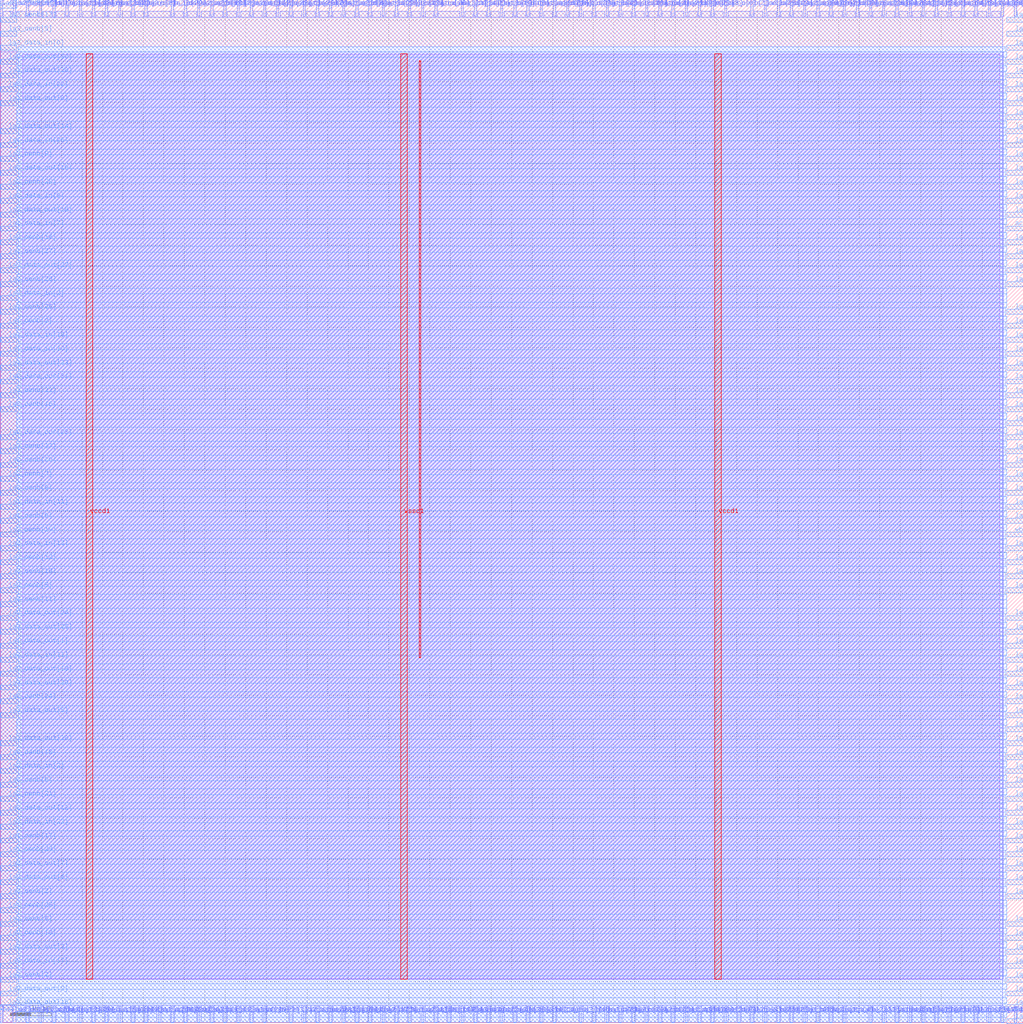
<source format=lef>
VERSION 5.7 ;
  NOWIREEXTENSIONATPIN ON ;
  DIVIDERCHAR "/" ;
  BUSBITCHARS "[]" ;
MACRO wrapped_instrumented_adder_kogge
  CLASS BLOCK ;
  FOREIGN wrapped_instrumented_adder_kogge ;
  ORIGIN 0.000 0.000 ;
  SIZE 250.000 BY 250.000 ;
  PIN active
    DIRECTION INPUT ;
    USE SIGNAL ;
    PORT
      LAYER met3 ;
        RECT 246.000 193.540 250.000 194.740 ;
    END
  END active
  PIN la1_data_in[0]
    DIRECTION INPUT ;
    USE SIGNAL ;
    PORT
      LAYER met2 ;
        RECT 64.350 246.000 64.910 250.000 ;
    END
  END la1_data_in[0]
  PIN la1_data_in[10]
    DIRECTION INPUT ;
    USE SIGNAL ;
    PORT
      LAYER met3 ;
        RECT 0.000 162.940 4.000 164.140 ;
    END
  END la1_data_in[10]
  PIN la1_data_in[11]
    DIRECTION INPUT ;
    USE SIGNAL ;
    PORT
      LAYER met3 ;
        RECT 0.000 125.540 4.000 126.740 ;
    END
  END la1_data_in[11]
  PIN la1_data_in[12]
    DIRECTION INPUT ;
    USE SIGNAL ;
    PORT
      LAYER met2 ;
        RECT 12.830 246.000 13.390 250.000 ;
    END
  END la1_data_in[12]
  PIN la1_data_in[13]
    DIRECTION INPUT ;
    USE SIGNAL ;
    PORT
      LAYER met3 ;
        RECT 246.000 169.740 250.000 170.940 ;
    END
  END la1_data_in[13]
  PIN la1_data_in[14]
    DIRECTION INPUT ;
    USE SIGNAL ;
    PORT
      LAYER met2 ;
        RECT 148.070 0.000 148.630 4.000 ;
    END
  END la1_data_in[14]
  PIN la1_data_in[15]
    DIRECTION INPUT ;
    USE SIGNAL ;
    PORT
      LAYER met2 ;
        RECT 77.230 0.000 77.790 4.000 ;
    END
  END la1_data_in[15]
  PIN la1_data_in[16]
    DIRECTION INPUT ;
    USE SIGNAL ;
    PORT
      LAYER met2 ;
        RECT 148.070 246.000 148.630 250.000 ;
    END
  END la1_data_in[16]
  PIN la1_data_in[17]
    DIRECTION INPUT ;
    USE SIGNAL ;
    PORT
      LAYER met2 ;
        RECT 93.330 246.000 93.890 250.000 ;
    END
  END la1_data_in[17]
  PIN la1_data_in[18]
    DIRECTION INPUT ;
    USE SIGNAL ;
    PORT
      LAYER met3 ;
        RECT 0.000 166.340 4.000 167.540 ;
    END
  END la1_data_in[18]
  PIN la1_data_in[19]
    DIRECTION INPUT ;
    USE SIGNAL ;
    PORT
      LAYER met3 ;
        RECT 246.000 20.140 250.000 21.340 ;
    END
  END la1_data_in[19]
  PIN la1_data_in[1]
    DIRECTION INPUT ;
    USE SIGNAL ;
    PORT
      LAYER met2 ;
        RECT 109.430 0.000 109.990 4.000 ;
    END
  END la1_data_in[1]
  PIN la1_data_in[20]
    DIRECTION INPUT ;
    USE SIGNAL ;
    PORT
      LAYER met2 ;
        RECT 180.270 0.000 180.830 4.000 ;
    END
  END la1_data_in[20]
  PIN la1_data_in[21]
    DIRECTION INPUT ;
    USE SIGNAL ;
    PORT
      LAYER met3 ;
        RECT 246.000 47.340 250.000 48.540 ;
    END
  END la1_data_in[21]
  PIN la1_data_in[22]
    DIRECTION INPUT ;
    USE SIGNAL ;
    PORT
      LAYER met2 ;
        RECT 235.010 0.000 235.570 4.000 ;
    END
  END la1_data_in[22]
  PIN la1_data_in[23]
    DIRECTION INPUT ;
    USE SIGNAL ;
    PORT
      LAYER met2 ;
        RECT 218.910 0.000 219.470 4.000 ;
    END
  END la1_data_in[23]
  PIN la1_data_in[24]
    DIRECTION INPUT ;
    USE SIGNAL ;
    PORT
      LAYER met3 ;
        RECT 246.000 3.140 250.000 4.340 ;
    END
  END la1_data_in[24]
  PIN la1_data_in[25]
    DIRECTION INPUT ;
    USE SIGNAL ;
    PORT
      LAYER met2 ;
        RECT 241.450 0.000 242.010 4.000 ;
    END
  END la1_data_in[25]
  PIN la1_data_in[26]
    DIRECTION INPUT ;
    USE SIGNAL ;
    PORT
      LAYER met3 ;
        RECT 0.000 213.940 4.000 215.140 ;
    END
  END la1_data_in[26]
  PIN la1_data_in[27]
    DIRECTION INPUT ;
    USE SIGNAL ;
    PORT
      LAYER met3 ;
        RECT 246.000 230.940 250.000 232.140 ;
    END
  END la1_data_in[27]
  PIN la1_data_in[28]
    DIRECTION INPUT ;
    USE SIGNAL ;
    PORT
      LAYER met3 ;
        RECT 246.000 145.940 250.000 147.140 ;
    END
  END la1_data_in[28]
  PIN la1_data_in[29]
    DIRECTION INPUT ;
    USE SIGNAL ;
    PORT
      LAYER met3 ;
        RECT 246.000 115.340 250.000 116.540 ;
    END
  END la1_data_in[29]
  PIN la1_data_in[2]
    DIRECTION INPUT ;
    USE SIGNAL ;
    PORT
      LAYER met2 ;
        RECT 25.710 0.000 26.270 4.000 ;
    END
  END la1_data_in[2]
  PIN la1_data_in[30]
    DIRECTION INPUT ;
    USE SIGNAL ;
    PORT
      LAYER met3 ;
        RECT 246.000 37.140 250.000 38.340 ;
    END
  END la1_data_in[30]
  PIN la1_data_in[31]
    DIRECTION INPUT ;
    USE SIGNAL ;
    PORT
      LAYER met2 ;
        RECT 9.610 246.000 10.170 250.000 ;
    END
  END la1_data_in[31]
  PIN la1_data_in[3]
    DIRECTION INPUT ;
    USE SIGNAL ;
    PORT
      LAYER met2 ;
        RECT 206.030 0.000 206.590 4.000 ;
    END
  END la1_data_in[3]
  PIN la1_data_in[4]
    DIRECTION INPUT ;
    USE SIGNAL ;
    PORT
      LAYER met2 ;
        RECT 199.590 0.000 200.150 4.000 ;
    END
  END la1_data_in[4]
  PIN la1_data_in[5]
    DIRECTION INPUT ;
    USE SIGNAL ;
    PORT
      LAYER met3 ;
        RECT 246.000 166.340 250.000 167.540 ;
    END
  END la1_data_in[5]
  PIN la1_data_in[6]
    DIRECTION INPUT ;
    USE SIGNAL ;
    PORT
      LAYER met3 ;
        RECT 246.000 43.940 250.000 45.140 ;
    END
  END la1_data_in[6]
  PIN la1_data_in[7]
    DIRECTION INPUT ;
    USE SIGNAL ;
    PORT
      LAYER met3 ;
        RECT 0.000 193.540 4.000 194.740 ;
    END
  END la1_data_in[7]
  PIN la1_data_in[8]
    DIRECTION INPUT ;
    USE SIGNAL ;
    PORT
      LAYER met2 ;
        RECT 196.370 0.000 196.930 4.000 ;
    END
  END la1_data_in[8]
  PIN la1_data_in[9]
    DIRECTION INPUT ;
    USE SIGNAL ;
    PORT
      LAYER met2 ;
        RECT 177.050 0.000 177.610 4.000 ;
    END
  END la1_data_in[9]
  PIN la1_data_out[0]
    DIRECTION INOUT ;
    USE SIGNAL ;
    PORT
      LAYER met3 ;
        RECT 0.000 224.140 4.000 225.340 ;
    END
  END la1_data_out[0]
  PIN la1_data_out[10]
    DIRECTION INOUT ;
    USE SIGNAL ;
    PORT
      LAYER met2 ;
        RECT 160.950 246.000 161.510 250.000 ;
    END
  END la1_data_out[10]
  PIN la1_data_out[11]
    DIRECTION INOUT ;
    USE SIGNAL ;
    PORT
      LAYER met2 ;
        RECT 99.770 0.000 100.330 4.000 ;
    END
  END la1_data_out[11]
  PIN la1_data_out[12]
    DIRECTION INOUT ;
    USE SIGNAL ;
    PORT
      LAYER met3 ;
        RECT 246.000 190.140 250.000 191.340 ;
    END
  END la1_data_out[12]
  PIN la1_data_out[13]
    DIRECTION INOUT ;
    USE SIGNAL ;
    PORT
      LAYER met3 ;
        RECT 246.000 139.140 250.000 140.340 ;
    END
  END la1_data_out[13]
  PIN la1_data_out[14]
    DIRECTION INOUT ;
    USE SIGNAL ;
    PORT
      LAYER met2 ;
        RECT 106.210 246.000 106.770 250.000 ;
    END
  END la1_data_out[14]
  PIN la1_data_out[15]
    DIRECTION INOUT ;
    USE SIGNAL ;
    PORT
      LAYER met2 ;
        RECT 54.690 0.000 55.250 4.000 ;
    END
  END la1_data_out[15]
  PIN la1_data_out[16]
    DIRECTION INOUT ;
    USE SIGNAL ;
    PORT
      LAYER met2 ;
        RECT 125.530 246.000 126.090 250.000 ;
    END
  END la1_data_out[16]
  PIN la1_data_out[17]
    DIRECTION INOUT ;
    USE SIGNAL ;
    PORT
      LAYER met2 ;
        RECT 54.690 246.000 55.250 250.000 ;
    END
  END la1_data_out[17]
  PIN la1_data_out[18]
    DIRECTION INOUT ;
    USE SIGNAL ;
    PORT
      LAYER met2 ;
        RECT 128.750 246.000 129.310 250.000 ;
    END
  END la1_data_out[18]
  PIN la1_data_out[19]
    DIRECTION INOUT ;
    USE SIGNAL ;
    PORT
      LAYER met3 ;
        RECT 246.000 81.340 250.000 82.540 ;
    END
  END la1_data_out[19]
  PIN la1_data_out[1]
    DIRECTION INOUT ;
    USE SIGNAL ;
    PORT
      LAYER met3 ;
        RECT 0.000 91.540 4.000 92.740 ;
    END
  END la1_data_out[1]
  PIN la1_data_out[20]
    DIRECTION INOUT ;
    USE SIGNAL ;
    PORT
      LAYER met3 ;
        RECT 0.000 230.940 4.000 232.140 ;
    END
  END la1_data_out[20]
  PIN la1_data_out[21]
    DIRECTION INOUT ;
    USE SIGNAL ;
    PORT
      LAYER met2 ;
        RECT 167.390 0.000 167.950 4.000 ;
    END
  END la1_data_out[21]
  PIN la1_data_out[22]
    DIRECTION INOUT ;
    USE SIGNAL ;
    PORT
      LAYER met2 ;
        RECT 19.270 246.000 19.830 250.000 ;
    END
  END la1_data_out[22]
  PIN la1_data_out[23]
    DIRECTION INOUT ;
    USE SIGNAL ;
    PORT
      LAYER met3 ;
        RECT 0.000 159.540 4.000 160.740 ;
    END
  END la1_data_out[23]
  PIN la1_data_out[24]
    DIRECTION INOUT ;
    USE SIGNAL ;
    PORT
      LAYER met2 ;
        RECT 215.690 0.000 216.250 4.000 ;
    END
  END la1_data_out[24]
  PIN la1_data_out[25]
    DIRECTION INOUT ;
    USE SIGNAL ;
    PORT
      LAYER met2 ;
        RECT 235.010 246.000 235.570 250.000 ;
    END
  END la1_data_out[25]
  PIN la1_data_out[26]
    DIRECTION INOUT ;
    USE SIGNAL ;
    PORT
      LAYER met3 ;
        RECT 246.000 237.740 250.000 238.940 ;
    END
  END la1_data_out[26]
  PIN la1_data_out[27]
    DIRECTION INOUT ;
    USE SIGNAL ;
    PORT
      LAYER met3 ;
        RECT 246.000 105.140 250.000 106.340 ;
    END
  END la1_data_out[27]
  PIN la1_data_out[28]
    DIRECTION INOUT ;
    USE SIGNAL ;
    PORT
      LAYER met3 ;
        RECT 246.000 207.140 250.000 208.340 ;
    END
  END la1_data_out[28]
  PIN la1_data_out[29]
    DIRECTION INOUT ;
    USE SIGNAL ;
    PORT
      LAYER met2 ;
        RECT 193.150 246.000 193.710 250.000 ;
    END
  END la1_data_out[29]
  PIN la1_data_out[2]
    DIRECTION INOUT ;
    USE SIGNAL ;
    PORT
      LAYER met2 ;
        RECT 225.350 0.000 225.910 4.000 ;
    END
  END la1_data_out[2]
  PIN la1_data_out[30]
    DIRECTION INOUT ;
    USE SIGNAL ;
    PORT
      LAYER met2 ;
        RECT 38.590 0.000 39.150 4.000 ;
    END
  END la1_data_out[30]
  PIN la1_data_out[31]
    DIRECTION INOUT ;
    USE SIGNAL ;
    PORT
      LAYER met2 ;
        RECT 212.470 246.000 213.030 250.000 ;
    END
  END la1_data_out[31]
  PIN la1_data_out[3]
    DIRECTION INOUT ;
    USE SIGNAL ;
    PORT
      LAYER met2 ;
        RECT 86.890 0.000 87.450 4.000 ;
    END
  END la1_data_out[3]
  PIN la1_data_out[4]
    DIRECTION INOUT ;
    USE SIGNAL ;
    PORT
      LAYER met3 ;
        RECT 246.000 128.940 250.000 130.140 ;
    END
  END la1_data_out[4]
  PIN la1_data_out[5]
    DIRECTION INOUT ;
    USE SIGNAL ;
    PORT
      LAYER met2 ;
        RECT 19.270 0.000 19.830 4.000 ;
    END
  END la1_data_out[5]
  PIN la1_data_out[6]
    DIRECTION INOUT ;
    USE SIGNAL ;
    PORT
      LAYER met3 ;
        RECT 246.000 196.940 250.000 198.140 ;
    END
  END la1_data_out[6]
  PIN la1_data_out[7]
    DIRECTION INOUT ;
    USE SIGNAL ;
    PORT
      LAYER met2 ;
        RECT 135.190 246.000 135.750 250.000 ;
    END
  END la1_data_out[7]
  PIN la1_data_out[8]
    DIRECTION INOUT ;
    USE SIGNAL ;
    PORT
      LAYER met2 ;
        RECT 199.590 246.000 200.150 250.000 ;
    END
  END la1_data_out[8]
  PIN la1_data_out[9]
    DIRECTION INOUT ;
    USE SIGNAL ;
    PORT
      LAYER met3 ;
        RECT 246.000 60.940 250.000 62.140 ;
    END
  END la1_data_out[9]
  PIN la1_oenb[0]
    DIRECTION INPUT ;
    USE SIGNAL ;
    PORT
      LAYER met2 ;
        RECT 74.010 246.000 74.570 250.000 ;
    END
  END la1_oenb[0]
  PIN la1_oenb[10]
    DIRECTION INPUT ;
    USE SIGNAL ;
    PORT
      LAYER met3 ;
        RECT 246.000 98.340 250.000 99.540 ;
    END
  END la1_oenb[10]
  PIN la1_oenb[11]
    DIRECTION INPUT ;
    USE SIGNAL ;
    PORT
      LAYER met3 ;
        RECT 246.000 67.740 250.000 68.940 ;
    END
  END la1_oenb[11]
  PIN la1_oenb[12]
    DIRECTION INPUT ;
    USE SIGNAL ;
    PORT
      LAYER met3 ;
        RECT 246.000 135.740 250.000 136.940 ;
    END
  END la1_oenb[12]
  PIN la1_oenb[13]
    DIRECTION INPUT ;
    USE SIGNAL ;
    PORT
      LAYER met2 ;
        RECT 64.350 0.000 64.910 4.000 ;
    END
  END la1_oenb[13]
  PIN la1_oenb[14]
    DIRECTION INPUT ;
    USE SIGNAL ;
    PORT
      LAYER met3 ;
        RECT 246.000 217.340 250.000 218.540 ;
    END
  END la1_oenb[14]
  PIN la1_oenb[15]
    DIRECTION INPUT ;
    USE SIGNAL ;
    PORT
      LAYER met2 ;
        RECT 96.550 246.000 97.110 250.000 ;
    END
  END la1_oenb[15]
  PIN la1_oenb[16]
    DIRECTION INPUT ;
    USE SIGNAL ;
    PORT
      LAYER met2 ;
        RECT 122.310 246.000 122.870 250.000 ;
    END
  END la1_oenb[16]
  PIN la1_oenb[17]
    DIRECTION INPUT ;
    USE SIGNAL ;
    PORT
      LAYER met3 ;
        RECT 0.000 43.940 4.000 45.140 ;
    END
  END la1_oenb[17]
  PIN la1_oenb[18]
    DIRECTION INPUT ;
    USE SIGNAL ;
    PORT
      LAYER met2 ;
        RECT 131.970 246.000 132.530 250.000 ;
    END
  END la1_oenb[18]
  PIN la1_oenb[19]
    DIRECTION INPUT ;
    USE SIGNAL ;
    PORT
      LAYER met3 ;
        RECT 246.000 23.540 250.000 24.740 ;
    END
  END la1_oenb[19]
  PIN la1_oenb[1]
    DIRECTION INPUT ;
    USE SIGNAL ;
    PORT
      LAYER met3 ;
        RECT 246.000 241.140 250.000 242.340 ;
    END
  END la1_oenb[1]
  PIN la1_oenb[20]
    DIRECTION INPUT ;
    USE SIGNAL ;
    PORT
      LAYER met2 ;
        RECT 106.210 0.000 106.770 4.000 ;
    END
  END la1_oenb[20]
  PIN la1_oenb[21]
    DIRECTION INPUT ;
    USE SIGNAL ;
    PORT
      LAYER met2 ;
        RECT 112.650 246.000 113.210 250.000 ;
    END
  END la1_oenb[21]
  PIN la1_oenb[22]
    DIRECTION INPUT ;
    USE SIGNAL ;
    PORT
      LAYER met2 ;
        RECT 61.130 0.000 61.690 4.000 ;
    END
  END la1_oenb[22]
  PIN la1_oenb[23]
    DIRECTION INPUT ;
    USE SIGNAL ;
    PORT
      LAYER met3 ;
        RECT 0.000 247.940 4.000 249.140 ;
    END
  END la1_oenb[23]
  PIN la1_oenb[24]
    DIRECTION INPUT ;
    USE SIGNAL ;
    PORT
      LAYER met2 ;
        RECT 247.890 0.000 248.450 4.000 ;
    END
  END la1_oenb[24]
  PIN la1_oenb[25]
    DIRECTION INPUT ;
    USE SIGNAL ;
    PORT
      LAYER met3 ;
        RECT 0.000 26.940 4.000 28.140 ;
    END
  END la1_oenb[25]
  PIN la1_oenb[26]
    DIRECTION INPUT ;
    USE SIGNAL ;
    PORT
      LAYER met3 ;
        RECT 0.000 173.140 4.000 174.340 ;
    END
  END la1_oenb[26]
  PIN la1_oenb[27]
    DIRECTION INPUT ;
    USE SIGNAL ;
    PORT
      LAYER met3 ;
        RECT 0.000 186.740 4.000 187.940 ;
    END
  END la1_oenb[27]
  PIN la1_oenb[28]
    DIRECTION INPUT ;
    USE SIGNAL ;
    PORT
      LAYER met3 ;
        RECT 0.000 40.540 4.000 41.740 ;
    END
  END la1_oenb[28]
  PIN la1_oenb[29]
    DIRECTION INPUT ;
    USE SIGNAL ;
    PORT
      LAYER met3 ;
        RECT 246.000 71.140 250.000 72.340 ;
    END
  END la1_oenb[29]
  PIN la1_oenb[2]
    DIRECTION INPUT ;
    USE SIGNAL ;
    PORT
      LAYER met3 ;
        RECT 0.000 169.740 4.000 170.940 ;
    END
  END la1_oenb[2]
  PIN la1_oenb[30]
    DIRECTION INPUT ;
    USE SIGNAL ;
    PORT
      LAYER met3 ;
        RECT 246.000 152.740 250.000 153.940 ;
    END
  END la1_oenb[30]
  PIN la1_oenb[31]
    DIRECTION INPUT ;
    USE SIGNAL ;
    PORT
      LAYER met2 ;
        RECT 25.710 246.000 26.270 250.000 ;
    END
  END la1_oenb[31]
  PIN la1_oenb[3]
    DIRECTION INPUT ;
    USE SIGNAL ;
    PORT
      LAYER met2 ;
        RECT 57.910 0.000 58.470 4.000 ;
    END
  END la1_oenb[3]
  PIN la1_oenb[4]
    DIRECTION INPUT ;
    USE SIGNAL ;
    PORT
      LAYER met2 ;
        RECT 28.930 0.000 29.490 4.000 ;
    END
  END la1_oenb[4]
  PIN la1_oenb[5]
    DIRECTION INPUT ;
    USE SIGNAL ;
    PORT
      LAYER met2 ;
        RECT 83.670 246.000 84.230 250.000 ;
    END
  END la1_oenb[5]
  PIN la1_oenb[6]
    DIRECTION INPUT ;
    USE SIGNAL ;
    PORT
      LAYER met3 ;
        RECT 0.000 23.540 4.000 24.740 ;
    END
  END la1_oenb[6]
  PIN la1_oenb[7]
    DIRECTION INPUT ;
    USE SIGNAL ;
    PORT
      LAYER met3 ;
        RECT 246.000 213.940 250.000 215.140 ;
    END
  END la1_oenb[7]
  PIN la1_oenb[8]
    DIRECTION INPUT ;
    USE SIGNAL ;
    PORT
      LAYER met3 ;
        RECT 0.000 122.140 4.000 123.340 ;
    END
  END la1_oenb[8]
  PIN la1_oenb[9]
    DIRECTION INPUT ;
    USE SIGNAL ;
    PORT
      LAYER met2 ;
        RECT 228.570 0.000 229.130 4.000 ;
    END
  END la1_oenb[9]
  PIN la2_data_in[0]
    DIRECTION INPUT ;
    USE SIGNAL ;
    PORT
      LAYER met3 ;
        RECT 0.000 237.740 4.000 238.940 ;
    END
  END la2_data_in[0]
  PIN la2_data_in[10]
    DIRECTION INPUT ;
    USE SIGNAL ;
    PORT
      LAYER met2 ;
        RECT 12.830 0.000 13.390 4.000 ;
    END
  END la2_data_in[10]
  PIN la2_data_in[11]
    DIRECTION INPUT ;
    USE SIGNAL ;
    PORT
      LAYER met3 ;
        RECT 0.000 88.140 4.000 89.340 ;
    END
  END la2_data_in[11]
  PIN la2_data_in[12]
    DIRECTION INPUT ;
    USE SIGNAL ;
    PORT
      LAYER met2 ;
        RECT 218.910 246.000 219.470 250.000 ;
    END
  END la2_data_in[12]
  PIN la2_data_in[13]
    DIRECTION INPUT ;
    USE SIGNAL ;
    PORT
      LAYER met3 ;
        RECT 0.000 115.340 4.000 116.540 ;
    END
  END la2_data_in[13]
  PIN la2_data_in[14]
    DIRECTION INPUT ;
    USE SIGNAL ;
    PORT
      LAYER met2 ;
        RECT 80.450 0.000 81.010 4.000 ;
    END
  END la2_data_in[14]
  PIN la2_data_in[15]
    DIRECTION INPUT ;
    USE SIGNAL ;
    PORT
      LAYER met2 ;
        RECT 238.230 246.000 238.790 250.000 ;
    END
  END la2_data_in[15]
  PIN la2_data_in[16]
    DIRECTION INPUT ;
    USE SIGNAL ;
    PORT
      LAYER met3 ;
        RECT 246.000 -0.260 250.000 0.940 ;
    END
  END la2_data_in[16]
  PIN la2_data_in[17]
    DIRECTION INPUT ;
    USE SIGNAL ;
    PORT
      LAYER met3 ;
        RECT 246.000 159.540 250.000 160.740 ;
    END
  END la2_data_in[17]
  PIN la2_data_in[18]
    DIRECTION INPUT ;
    USE SIGNAL ;
    PORT
      LAYER met2 ;
        RECT 45.030 246.000 45.590 250.000 ;
    END
  END la2_data_in[18]
  PIN la2_data_in[19]
    DIRECTION INPUT ;
    USE SIGNAL ;
    PORT
      LAYER met3 ;
        RECT 246.000 6.540 250.000 7.740 ;
    END
  END la2_data_in[19]
  PIN la2_data_in[1]
    DIRECTION INPUT ;
    USE SIGNAL ;
    PORT
      LAYER met3 ;
        RECT 246.000 108.540 250.000 109.740 ;
    END
  END la2_data_in[1]
  PIN la2_data_in[20]
    DIRECTION INPUT ;
    USE SIGNAL ;
    PORT
      LAYER met2 ;
        RECT 41.810 0.000 42.370 4.000 ;
    END
  END la2_data_in[20]
  PIN la2_data_in[21]
    DIRECTION INPUT ;
    USE SIGNAL ;
    PORT
      LAYER met2 ;
        RECT 141.630 0.000 142.190 4.000 ;
    END
  END la2_data_in[21]
  PIN la2_data_in[22]
    DIRECTION INPUT ;
    USE SIGNAL ;
    PORT
      LAYER met2 ;
        RECT 61.130 246.000 61.690 250.000 ;
    END
  END la2_data_in[22]
  PIN la2_data_in[23]
    DIRECTION INPUT ;
    USE SIGNAL ;
    PORT
      LAYER met2 ;
        RECT 228.570 246.000 229.130 250.000 ;
    END
  END la2_data_in[23]
  PIN la2_data_in[24]
    DIRECTION INPUT ;
    USE SIGNAL ;
    PORT
      LAYER met2 ;
        RECT 80.450 246.000 81.010 250.000 ;
    END
  END la2_data_in[24]
  PIN la2_data_in[25]
    DIRECTION INPUT ;
    USE SIGNAL ;
    PORT
      LAYER met2 ;
        RECT 102.990 0.000 103.550 4.000 ;
    END
  END la2_data_in[25]
  PIN la2_data_in[26]
    DIRECTION INPUT ;
    USE SIGNAL ;
    PORT
      LAYER met2 ;
        RECT 99.770 246.000 100.330 250.000 ;
    END
  END la2_data_in[26]
  PIN la2_data_in[27]
    DIRECTION INPUT ;
    USE SIGNAL ;
    PORT
      LAYER met2 ;
        RECT 231.790 0.000 232.350 4.000 ;
    END
  END la2_data_in[27]
  PIN la2_data_in[28]
    DIRECTION INPUT ;
    USE SIGNAL ;
    PORT
      LAYER met2 ;
        RECT 67.570 246.000 68.130 250.000 ;
    END
  END la2_data_in[28]
  PIN la2_data_in[29]
    DIRECTION INPUT ;
    USE SIGNAL ;
    PORT
      LAYER met2 ;
        RECT 35.370 246.000 35.930 250.000 ;
    END
  END la2_data_in[29]
  PIN la2_data_in[2]
    DIRECTION INPUT ;
    USE SIGNAL ;
    PORT
      LAYER met3 ;
        RECT 0.000 60.940 4.000 62.140 ;
    END
  END la2_data_in[2]
  PIN la2_data_in[30]
    DIRECTION INPUT ;
    USE SIGNAL ;
    PORT
      LAYER met3 ;
        RECT 246.000 16.740 250.000 17.940 ;
    END
  END la2_data_in[30]
  PIN la2_data_in[31]
    DIRECTION INPUT ;
    USE SIGNAL ;
    PORT
      LAYER met2 ;
        RECT 122.310 0.000 122.870 4.000 ;
    END
  END la2_data_in[31]
  PIN la2_data_in[3]
    DIRECTION INPUT ;
    USE SIGNAL ;
    PORT
      LAYER met2 ;
        RECT 196.370 246.000 196.930 250.000 ;
    END
  END la2_data_in[3]
  PIN la2_data_in[4]
    DIRECTION INPUT ;
    USE SIGNAL ;
    PORT
      LAYER met2 ;
        RECT 154.510 246.000 155.070 250.000 ;
    END
  END la2_data_in[4]
  PIN la2_data_in[5]
    DIRECTION INPUT ;
    USE SIGNAL ;
    PORT
      LAYER met2 ;
        RECT 222.130 246.000 222.690 250.000 ;
    END
  END la2_data_in[5]
  PIN la2_data_in[6]
    DIRECTION INPUT ;
    USE SIGNAL ;
    PORT
      LAYER met2 ;
        RECT 135.190 0.000 135.750 4.000 ;
    END
  END la2_data_in[6]
  PIN la2_data_in[7]
    DIRECTION INPUT ;
    USE SIGNAL ;
    PORT
      LAYER met2 ;
        RECT 189.930 0.000 190.490 4.000 ;
    END
  END la2_data_in[7]
  PIN la2_data_in[8]
    DIRECTION INPUT ;
    USE SIGNAL ;
    PORT
      LAYER met2 ;
        RECT 57.910 246.000 58.470 250.000 ;
    END
  END la2_data_in[8]
  PIN la2_data_in[9]
    DIRECTION INPUT ;
    USE SIGNAL ;
    PORT
      LAYER met3 ;
        RECT 0.000 200.340 4.000 201.540 ;
    END
  END la2_data_in[9]
  PIN la2_data_out[0]
    DIRECTION INOUT ;
    USE SIGNAL ;
    PORT
      LAYER met3 ;
        RECT 246.000 132.340 250.000 133.540 ;
    END
  END la2_data_out[0]
  PIN la2_data_out[10]
    DIRECTION INOUT ;
    USE SIGNAL ;
    PORT
      LAYER met3 ;
        RECT 246.000 156.140 250.000 157.340 ;
    END
  END la2_data_out[10]
  PIN la2_data_out[11]
    DIRECTION INOUT ;
    USE SIGNAL ;
    PORT
      LAYER met2 ;
        RECT -0.050 246.000 0.510 250.000 ;
    END
  END la2_data_out[11]
  PIN la2_data_out[12]
    DIRECTION INOUT ;
    USE SIGNAL ;
    PORT
      LAYER met3 ;
        RECT 0.000 50.740 4.000 51.940 ;
    END
  END la2_data_out[12]
  PIN la2_data_out[13]
    DIRECTION INOUT ;
    USE SIGNAL ;
    PORT
      LAYER met2 ;
        RECT 160.950 0.000 161.510 4.000 ;
    END
  END la2_data_out[13]
  PIN la2_data_out[14]
    DIRECTION INOUT ;
    USE SIGNAL ;
    PORT
      LAYER met3 ;
        RECT 0.000 217.340 4.000 218.540 ;
    END
  END la2_data_out[14]
  PIN la2_data_out[15]
    DIRECTION INOUT ;
    USE SIGNAL ;
    PORT
      LAYER met3 ;
        RECT 0.000 196.940 4.000 198.140 ;
    END
  END la2_data_out[15]
  PIN la2_data_out[16]
    DIRECTION INOUT ;
    USE SIGNAL ;
    PORT
      LAYER met2 ;
        RECT 77.230 246.000 77.790 250.000 ;
    END
  END la2_data_out[16]
  PIN la2_data_out[17]
    DIRECTION INOUT ;
    USE SIGNAL ;
    PORT
      LAYER met2 ;
        RECT 86.890 246.000 87.450 250.000 ;
    END
  END la2_data_out[17]
  PIN la2_data_out[18]
    DIRECTION INOUT ;
    USE SIGNAL ;
    PORT
      LAYER met3 ;
        RECT 0.000 84.740 4.000 85.940 ;
    END
  END la2_data_out[18]
  PIN la2_data_out[19]
    DIRECTION INOUT ;
    USE SIGNAL ;
    PORT
      LAYER met2 ;
        RECT 41.810 246.000 42.370 250.000 ;
    END
  END la2_data_out[19]
  PIN la2_data_out[1]
    DIRECTION INOUT ;
    USE SIGNAL ;
    PORT
      LAYER met3 ;
        RECT 246.000 234.340 250.000 235.540 ;
    END
  END la2_data_out[1]
  PIN la2_data_out[20]
    DIRECTION INOUT ;
    USE SIGNAL ;
    PORT
      LAYER met3 ;
        RECT 0.000 67.740 4.000 68.940 ;
    END
  END la2_data_out[20]
  PIN la2_data_out[21]
    DIRECTION INOUT ;
    USE SIGNAL ;
    PORT
      LAYER met2 ;
        RECT 93.330 0.000 93.890 4.000 ;
    END
  END la2_data_out[21]
  PIN la2_data_out[22]
    DIRECTION INOUT ;
    USE SIGNAL ;
    PORT
      LAYER met3 ;
        RECT 246.000 149.340 250.000 150.540 ;
    END
  END la2_data_out[22]
  PIN la2_data_out[23]
    DIRECTION INOUT ;
    USE SIGNAL ;
    PORT
      LAYER met3 ;
        RECT 0.000 142.540 4.000 143.740 ;
    END
  END la2_data_out[23]
  PIN la2_data_out[24]
    DIRECTION INOUT ;
    USE SIGNAL ;
    PORT
      LAYER met3 ;
        RECT 0.000 98.340 4.000 99.540 ;
    END
  END la2_data_out[24]
  PIN la2_data_out[25]
    DIRECTION INOUT ;
    USE SIGNAL ;
    PORT
      LAYER met2 ;
        RECT 206.030 246.000 206.590 250.000 ;
    END
  END la2_data_out[25]
  PIN la2_data_out[26]
    DIRECTION INOUT ;
    USE SIGNAL ;
    PORT
      LAYER met2 ;
        RECT 96.550 0.000 97.110 4.000 ;
    END
  END la2_data_out[26]
  PIN la2_data_out[27]
    DIRECTION INOUT ;
    USE SIGNAL ;
    PORT
      LAYER met2 ;
        RECT 189.930 246.000 190.490 250.000 ;
    END
  END la2_data_out[27]
  PIN la2_data_out[28]
    DIRECTION INOUT ;
    USE SIGNAL ;
    PORT
      LAYER met3 ;
        RECT 246.000 142.540 250.000 143.740 ;
    END
  END la2_data_out[28]
  PIN la2_data_out[29]
    DIRECTION INOUT ;
    USE SIGNAL ;
    PORT
      LAYER met2 ;
        RECT 212.470 0.000 213.030 4.000 ;
    END
  END la2_data_out[29]
  PIN la2_data_out[2]
    DIRECTION INOUT ;
    USE SIGNAL ;
    PORT
      LAYER met3 ;
        RECT 0.000 6.540 4.000 7.740 ;
    END
  END la2_data_out[2]
  PIN la2_data_out[30]
    DIRECTION INOUT ;
    USE SIGNAL ;
    PORT
      LAYER met3 ;
        RECT 0.000 234.340 4.000 235.540 ;
    END
  END la2_data_out[30]
  PIN la2_data_out[31]
    DIRECTION INOUT ;
    USE SIGNAL ;
    PORT
      LAYER met3 ;
        RECT 0.000 156.140 4.000 157.340 ;
    END
  END la2_data_out[31]
  PIN la2_data_out[3]
    DIRECTION INOUT ;
    USE SIGNAL ;
    PORT
      LAYER met3 ;
        RECT 0.000 16.740 4.000 17.940 ;
    END
  END la2_data_out[3]
  PIN la2_data_out[4]
    DIRECTION INOUT ;
    USE SIGNAL ;
    PORT
      LAYER met3 ;
        RECT 0.000 33.740 4.000 34.940 ;
    END
  END la2_data_out[4]
  PIN la2_data_out[5]
    DIRECTION INOUT ;
    USE SIGNAL ;
    PORT
      LAYER met2 ;
        RECT 154.510 0.000 155.070 4.000 ;
    END
  END la2_data_out[5]
  PIN la2_data_out[6]
    DIRECTION INOUT ;
    USE SIGNAL ;
    PORT
      LAYER met2 ;
        RECT 74.010 0.000 74.570 4.000 ;
    END
  END la2_data_out[6]
  PIN la2_data_out[7]
    DIRECTION INOUT ;
    USE SIGNAL ;
    PORT
      LAYER met3 ;
        RECT 0.000 37.140 4.000 38.340 ;
    END
  END la2_data_out[7]
  PIN la2_data_out[8]
    DIRECTION INOUT ;
    USE SIGNAL ;
    PORT
      LAYER met3 ;
        RECT 246.000 40.540 250.000 41.740 ;
    END
  END la2_data_out[8]
  PIN la2_data_out[9]
    DIRECTION INOUT ;
    USE SIGNAL ;
    PORT
      LAYER met3 ;
        RECT 246.000 77.940 250.000 79.140 ;
    END
  END la2_data_out[9]
  PIN la2_oenb[0]
    DIRECTION INPUT ;
    USE SIGNAL ;
    PORT
      LAYER met2 ;
        RECT 173.830 246.000 174.390 250.000 ;
    END
  END la2_oenb[0]
  PIN la2_oenb[10]
    DIRECTION INPUT ;
    USE SIGNAL ;
    PORT
      LAYER met3 ;
        RECT 0.000 118.740 4.000 119.940 ;
    END
  END la2_oenb[10]
  PIN la2_oenb[11]
    DIRECTION INPUT ;
    USE SIGNAL ;
    PORT
      LAYER met2 ;
        RECT 138.410 246.000 138.970 250.000 ;
    END
  END la2_oenb[11]
  PIN la2_oenb[12]
    DIRECTION INPUT ;
    USE SIGNAL ;
    PORT
      LAYER met3 ;
        RECT 246.000 74.540 250.000 75.740 ;
    END
  END la2_oenb[12]
  PIN la2_oenb[13]
    DIRECTION INPUT ;
    USE SIGNAL ;
    PORT
      LAYER met3 ;
        RECT 246.000 220.740 250.000 221.940 ;
    END
  END la2_oenb[13]
  PIN la2_oenb[14]
    DIRECTION INPUT ;
    USE SIGNAL ;
    PORT
      LAYER met3 ;
        RECT 0.000 190.140 4.000 191.340 ;
    END
  END la2_oenb[14]
  PIN la2_oenb[15]
    DIRECTION INPUT ;
    USE SIGNAL ;
    PORT
      LAYER met2 ;
        RECT 151.290 0.000 151.850 4.000 ;
    END
  END la2_oenb[15]
  PIN la2_oenb[16]
    DIRECTION INPUT ;
    USE SIGNAL ;
    PORT
      LAYER met3 ;
        RECT 246.000 183.340 250.000 184.540 ;
    END
  END la2_oenb[16]
  PIN la2_oenb[17]
    DIRECTION INPUT ;
    USE SIGNAL ;
    PORT
      LAYER met2 ;
        RECT 6.390 246.000 6.950 250.000 ;
    END
  END la2_oenb[17]
  PIN la2_oenb[18]
    DIRECTION INPUT ;
    USE SIGNAL ;
    PORT
      LAYER met3 ;
        RECT 0.000 20.140 4.000 21.340 ;
    END
  END la2_oenb[18]
  PIN la2_oenb[19]
    DIRECTION INPUT ;
    USE SIGNAL ;
    PORT
      LAYER met2 ;
        RECT 183.490 0.000 184.050 4.000 ;
    END
  END la2_oenb[19]
  PIN la2_oenb[1]
    DIRECTION INPUT ;
    USE SIGNAL ;
    PORT
      LAYER met2 ;
        RECT 177.050 246.000 177.610 250.000 ;
    END
  END la2_oenb[1]
  PIN la2_oenb[20]
    DIRECTION INPUT ;
    USE SIGNAL ;
    PORT
      LAYER met2 ;
        RECT 48.250 246.000 48.810 250.000 ;
    END
  END la2_oenb[20]
  PIN la2_oenb[21]
    DIRECTION INPUT ;
    USE SIGNAL ;
    PORT
      LAYER met3 ;
        RECT 0.000 54.140 4.000 55.340 ;
    END
  END la2_oenb[21]
  PIN la2_oenb[22]
    DIRECTION INPUT ;
    USE SIGNAL ;
    PORT
      LAYER met3 ;
        RECT 0.000 152.740 4.000 153.940 ;
    END
  END la2_oenb[22]
  PIN la2_oenb[23]
    DIRECTION INPUT ;
    USE SIGNAL ;
    PORT
      LAYER met3 ;
        RECT 246.000 88.140 250.000 89.340 ;
    END
  END la2_oenb[23]
  PIN la2_oenb[24]
    DIRECTION INPUT ;
    USE SIGNAL ;
    PORT
      LAYER met3 ;
        RECT 0.000 77.940 4.000 79.140 ;
    END
  END la2_oenb[24]
  PIN la2_oenb[25]
    DIRECTION INPUT ;
    USE SIGNAL ;
    PORT
      LAYER met2 ;
        RECT 193.150 0.000 193.710 4.000 ;
    END
  END la2_oenb[25]
  PIN la2_oenb[26]
    DIRECTION INPUT ;
    USE SIGNAL ;
    PORT
      LAYER met2 ;
        RECT 183.490 246.000 184.050 250.000 ;
    END
  END la2_oenb[26]
  PIN la2_oenb[27]
    DIRECTION INPUT ;
    USE SIGNAL ;
    PORT
      LAYER met3 ;
        RECT 0.000 139.140 4.000 140.340 ;
    END
  END la2_oenb[27]
  PIN la2_oenb[28]
    DIRECTION INPUT ;
    USE SIGNAL ;
    PORT
      LAYER met3 ;
        RECT 0.000 203.740 4.000 204.940 ;
    END
  END la2_oenb[28]
  PIN la2_oenb[29]
    DIRECTION INPUT ;
    USE SIGNAL ;
    PORT
      LAYER met2 ;
        RECT 167.390 246.000 167.950 250.000 ;
    END
  END la2_oenb[29]
  PIN la2_oenb[2]
    DIRECTION INPUT ;
    USE SIGNAL ;
    PORT
      LAYER met3 ;
        RECT 0.000 9.940 4.000 11.140 ;
    END
  END la2_oenb[2]
  PIN la2_oenb[30]
    DIRECTION INPUT ;
    USE SIGNAL ;
    PORT
      LAYER met3 ;
        RECT 0.000 135.740 4.000 136.940 ;
    END
  END la2_oenb[30]
  PIN la2_oenb[31]
    DIRECTION INPUT ;
    USE SIGNAL ;
    PORT
      LAYER met2 ;
        RECT 151.290 246.000 151.850 250.000 ;
    END
  END la2_oenb[31]
  PIN la2_oenb[3]
    DIRECTION INPUT ;
    USE SIGNAL ;
    PORT
      LAYER met2 ;
        RECT 3.170 246.000 3.730 250.000 ;
    END
  END la2_oenb[3]
  PIN la2_oenb[4]
    DIRECTION INPUT ;
    USE SIGNAL ;
    PORT
      LAYER met2 ;
        RECT 247.890 246.000 248.450 250.000 ;
    END
  END la2_oenb[4]
  PIN la2_oenb[5]
    DIRECTION INPUT ;
    USE SIGNAL ;
    PORT
      LAYER met3 ;
        RECT 0.000 105.140 4.000 106.340 ;
    END
  END la2_oenb[5]
  PIN la2_oenb[6]
    DIRECTION INPUT ;
    USE SIGNAL ;
    PORT
      LAYER met2 ;
        RECT 119.090 246.000 119.650 250.000 ;
    END
  END la2_oenb[6]
  PIN la2_oenb[7]
    DIRECTION INPUT ;
    USE SIGNAL ;
    PORT
      LAYER met3 ;
        RECT 0.000 132.340 4.000 133.540 ;
    END
  END la2_oenb[7]
  PIN la2_oenb[8]
    DIRECTION INPUT ;
    USE SIGNAL ;
    PORT
      LAYER met2 ;
        RECT 51.470 246.000 52.030 250.000 ;
    END
  END la2_oenb[8]
  PIN la2_oenb[9]
    DIRECTION INPUT ;
    USE SIGNAL ;
    PORT
      LAYER met3 ;
        RECT 0.000 128.940 4.000 130.140 ;
    END
  END la2_oenb[9]
  PIN la3_data_in[0]
    DIRECTION INPUT ;
    USE SIGNAL ;
    PORT
      LAYER met3 ;
        RECT 246.000 111.940 250.000 113.140 ;
    END
  END la3_data_in[0]
  PIN la3_data_in[10]
    DIRECTION INPUT ;
    USE SIGNAL ;
    PORT
      LAYER met2 ;
        RECT 131.970 0.000 132.530 4.000 ;
    END
  END la3_data_in[10]
  PIN la3_data_in[11]
    DIRECTION INPUT ;
    USE SIGNAL ;
    PORT
      LAYER met3 ;
        RECT 246.000 91.540 250.000 92.740 ;
    END
  END la3_data_in[11]
  PIN la3_data_in[12]
    DIRECTION INPUT ;
    USE SIGNAL ;
    PORT
      LAYER met3 ;
        RECT 246.000 30.340 250.000 31.540 ;
    END
  END la3_data_in[12]
  PIN la3_data_in[13]
    DIRECTION INPUT ;
    USE SIGNAL ;
    PORT
      LAYER met2 ;
        RECT 202.810 0.000 203.370 4.000 ;
    END
  END la3_data_in[13]
  PIN la3_data_in[14]
    DIRECTION INPUT ;
    USE SIGNAL ;
    PORT
      LAYER met2 ;
        RECT 231.790 246.000 232.350 250.000 ;
    END
  END la3_data_in[14]
  PIN la3_data_in[15]
    DIRECTION INPUT ;
    USE SIGNAL ;
    PORT
      LAYER met3 ;
        RECT 246.000 203.740 250.000 204.940 ;
    END
  END la3_data_in[15]
  PIN la3_data_in[16]
    DIRECTION INPUT ;
    USE SIGNAL ;
    PORT
      LAYER met2 ;
        RECT 119.090 0.000 119.650 4.000 ;
    END
  END la3_data_in[16]
  PIN la3_data_in[17]
    DIRECTION INPUT ;
    USE SIGNAL ;
    PORT
      LAYER met3 ;
        RECT 0.000 13.340 4.000 14.540 ;
    END
  END la3_data_in[17]
  PIN la3_data_in[18]
    DIRECTION INPUT ;
    USE SIGNAL ;
    PORT
      LAYER met3 ;
        RECT 246.000 13.340 250.000 14.540 ;
    END
  END la3_data_in[18]
  PIN la3_data_in[19]
    DIRECTION INPUT ;
    USE SIGNAL ;
    PORT
      LAYER met2 ;
        RECT 115.870 246.000 116.430 250.000 ;
    END
  END la3_data_in[19]
  PIN la3_data_in[1]
    DIRECTION INPUT ;
    USE SIGNAL ;
    PORT
      LAYER met2 ;
        RECT 115.870 0.000 116.430 4.000 ;
    END
  END la3_data_in[1]
  PIN la3_data_in[20]
    DIRECTION INPUT ;
    USE SIGNAL ;
    PORT
      LAYER met2 ;
        RECT 22.490 0.000 23.050 4.000 ;
    END
  END la3_data_in[20]
  PIN la3_data_in[21]
    DIRECTION INPUT ;
    USE SIGNAL ;
    PORT
      LAYER met2 ;
        RECT 157.730 246.000 158.290 250.000 ;
    END
  END la3_data_in[21]
  PIN la3_data_in[22]
    DIRECTION INPUT ;
    USE SIGNAL ;
    PORT
      LAYER met3 ;
        RECT 0.000 227.540 4.000 228.740 ;
    END
  END la3_data_in[22]
  PIN la3_data_in[23]
    DIRECTION INPUT ;
    USE SIGNAL ;
    PORT
      LAYER met3 ;
        RECT 0.000 47.340 4.000 48.540 ;
    END
  END la3_data_in[23]
  PIN la3_data_in[24]
    DIRECTION INPUT ;
    USE SIGNAL ;
    PORT
      LAYER met2 ;
        RECT 83.670 0.000 84.230 4.000 ;
    END
  END la3_data_in[24]
  PIN la3_data_in[25]
    DIRECTION INPUT ;
    USE SIGNAL ;
    PORT
      LAYER met3 ;
        RECT 246.000 244.540 250.000 245.740 ;
    END
  END la3_data_in[25]
  PIN la3_data_in[26]
    DIRECTION INPUT ;
    USE SIGNAL ;
    PORT
      LAYER met3 ;
        RECT 246.000 64.340 250.000 65.540 ;
    END
  END la3_data_in[26]
  PIN la3_data_in[27]
    DIRECTION INPUT ;
    USE SIGNAL ;
    PORT
      LAYER met2 ;
        RECT 170.610 0.000 171.170 4.000 ;
    END
  END la3_data_in[27]
  PIN la3_data_in[28]
    DIRECTION INPUT ;
    USE SIGNAL ;
    PORT
      LAYER met2 ;
        RECT 244.670 246.000 245.230 250.000 ;
    END
  END la3_data_in[28]
  PIN la3_data_in[29]
    DIRECTION INPUT ;
    USE SIGNAL ;
    PORT
      LAYER met2 ;
        RECT 164.170 0.000 164.730 4.000 ;
    END
  END la3_data_in[29]
  PIN la3_data_in[2]
    DIRECTION INPUT ;
    USE SIGNAL ;
    PORT
      LAYER met3 ;
        RECT 0.000 176.540 4.000 177.740 ;
    END
  END la3_data_in[2]
  PIN la3_data_in[30]
    DIRECTION INPUT ;
    USE SIGNAL ;
    PORT
      LAYER met2 ;
        RECT 9.610 0.000 10.170 4.000 ;
    END
  END la3_data_in[30]
  PIN la3_data_in[31]
    DIRECTION INPUT ;
    USE SIGNAL ;
    PORT
      LAYER met2 ;
        RECT 222.130 0.000 222.690 4.000 ;
    END
  END la3_data_in[31]
  PIN la3_data_in[3]
    DIRECTION INPUT ;
    USE SIGNAL ;
    PORT
      LAYER met3 ;
        RECT 246.000 33.740 250.000 34.940 ;
    END
  END la3_data_in[3]
  PIN la3_data_in[4]
    DIRECTION INPUT ;
    USE SIGNAL ;
    PORT
      LAYER met2 ;
        RECT 141.630 246.000 142.190 250.000 ;
    END
  END la3_data_in[4]
  PIN la3_data_in[5]
    DIRECTION INPUT ;
    USE SIGNAL ;
    PORT
      LAYER met3 ;
        RECT 246.000 173.140 250.000 174.340 ;
    END
  END la3_data_in[5]
  PIN la3_data_in[6]
    DIRECTION INPUT ;
    USE SIGNAL ;
    PORT
      LAYER met2 ;
        RECT 16.050 246.000 16.610 250.000 ;
    END
  END la3_data_in[6]
  PIN la3_data_in[7]
    DIRECTION INPUT ;
    USE SIGNAL ;
    PORT
      LAYER met2 ;
        RECT 28.930 246.000 29.490 250.000 ;
    END
  END la3_data_in[7]
  PIN la3_data_in[8]
    DIRECTION INPUT ;
    USE SIGNAL ;
    PORT
      LAYER met2 ;
        RECT 22.490 246.000 23.050 250.000 ;
    END
  END la3_data_in[8]
  PIN la3_data_in[9]
    DIRECTION INPUT ;
    USE SIGNAL ;
    PORT
      LAYER met2 ;
        RECT 6.390 0.000 6.950 4.000 ;
    END
  END la3_data_in[9]
  PIN la3_data_out[0]
    DIRECTION INOUT ;
    USE SIGNAL ;
    PORT
      LAYER met2 ;
        RECT 45.030 0.000 45.590 4.000 ;
    END
  END la3_data_out[0]
  PIN la3_data_out[10]
    DIRECTION INOUT ;
    USE SIGNAL ;
    PORT
      LAYER met3 ;
        RECT 246.000 94.940 250.000 96.140 ;
    END
  END la3_data_out[10]
  PIN la3_data_out[11]
    DIRECTION INOUT ;
    USE SIGNAL ;
    PORT
      LAYER met2 ;
        RECT 125.530 0.000 126.090 4.000 ;
    END
  END la3_data_out[11]
  PIN la3_data_out[12]
    DIRECTION INOUT ;
    USE SIGNAL ;
    PORT
      LAYER met2 ;
        RECT 215.690 246.000 216.250 250.000 ;
    END
  END la3_data_out[12]
  PIN la3_data_out[13]
    DIRECTION INOUT ;
    USE SIGNAL ;
    PORT
      LAYER met3 ;
        RECT 246.000 227.540 250.000 228.740 ;
    END
  END la3_data_out[13]
  PIN la3_data_out[14]
    DIRECTION INOUT ;
    USE SIGNAL ;
    PORT
      LAYER met2 ;
        RECT 70.790 246.000 71.350 250.000 ;
    END
  END la3_data_out[14]
  PIN la3_data_out[15]
    DIRECTION INOUT ;
    USE SIGNAL ;
    PORT
      LAYER met2 ;
        RECT 32.150 0.000 32.710 4.000 ;
    END
  END la3_data_out[15]
  PIN la3_data_out[16]
    DIRECTION INOUT ;
    USE SIGNAL ;
    PORT
      LAYER met3 ;
        RECT 0.000 3.140 4.000 4.340 ;
    END
  END la3_data_out[16]
  PIN la3_data_out[17]
    DIRECTION INOUT ;
    USE SIGNAL ;
    PORT
      LAYER met3 ;
        RECT 246.000 224.140 250.000 225.340 ;
    END
  END la3_data_out[17]
  PIN la3_data_out[18]
    DIRECTION INOUT ;
    USE SIGNAL ;
    PORT
      LAYER met3 ;
        RECT 0.000 207.140 4.000 208.340 ;
    END
  END la3_data_out[18]
  PIN la3_data_out[19]
    DIRECTION INOUT ;
    USE SIGNAL ;
    PORT
      LAYER met3 ;
        RECT 246.000 162.940 250.000 164.140 ;
    END
  END la3_data_out[19]
  PIN la3_data_out[1]
    DIRECTION INOUT ;
    USE SIGNAL ;
    PORT
      LAYER met3 ;
        RECT 246.000 54.140 250.000 55.340 ;
    END
  END la3_data_out[1]
  PIN la3_data_out[20]
    DIRECTION INOUT ;
    USE SIGNAL ;
    PORT
      LAYER met3 ;
        RECT 0.000 81.340 4.000 82.540 ;
    END
  END la3_data_out[20]
  PIN la3_data_out[21]
    DIRECTION INOUT ;
    USE SIGNAL ;
    PORT
      LAYER met2 ;
        RECT 241.450 246.000 242.010 250.000 ;
    END
  END la3_data_out[21]
  PIN la3_data_out[22]
    DIRECTION INOUT ;
    USE SIGNAL ;
    PORT
      LAYER met2 ;
        RECT 102.990 246.000 103.550 250.000 ;
    END
  END la3_data_out[22]
  PIN la3_data_out[23]
    DIRECTION INOUT ;
    USE SIGNAL ;
    PORT
      LAYER met2 ;
        RECT 70.790 0.000 71.350 4.000 ;
    END
  END la3_data_out[23]
  PIN la3_data_out[24]
    DIRECTION INOUT ;
    USE SIGNAL ;
    PORT
      LAYER met3 ;
        RECT 246.000 125.540 250.000 126.740 ;
    END
  END la3_data_out[24]
  PIN la3_data_out[25]
    DIRECTION INOUT ;
    USE SIGNAL ;
    PORT
      LAYER met3 ;
        RECT 0.000 94.940 4.000 96.140 ;
    END
  END la3_data_out[25]
  PIN la3_data_out[26]
    DIRECTION INOUT ;
    USE SIGNAL ;
    PORT
      LAYER met3 ;
        RECT 246.000 50.740 250.000 51.940 ;
    END
  END la3_data_out[26]
  PIN la3_data_out[27]
    DIRECTION INOUT ;
    USE SIGNAL ;
    PORT
      LAYER met3 ;
        RECT 0.000 183.340 4.000 184.540 ;
    END
  END la3_data_out[27]
  PIN la3_data_out[28]
    DIRECTION INOUT ;
    USE SIGNAL ;
    PORT
      LAYER met2 ;
        RECT 238.230 0.000 238.790 4.000 ;
    END
  END la3_data_out[28]
  PIN la3_data_out[29]
    DIRECTION INOUT ;
    USE SIGNAL ;
    PORT
      LAYER met2 ;
        RECT 35.370 0.000 35.930 4.000 ;
    END
  END la3_data_out[29]
  PIN la3_data_out[2]
    DIRECTION INOUT ;
    USE SIGNAL ;
    PORT
      LAYER met2 ;
        RECT 112.650 0.000 113.210 4.000 ;
    END
  END la3_data_out[2]
  PIN la3_data_out[30]
    DIRECTION INOUT ;
    USE SIGNAL ;
    PORT
      LAYER met3 ;
        RECT 246.000 84.740 250.000 85.940 ;
    END
  END la3_data_out[30]
  PIN la3_data_out[31]
    DIRECTION INOUT ;
    USE SIGNAL ;
    PORT
      LAYER met2 ;
        RECT 225.350 246.000 225.910 250.000 ;
    END
  END la3_data_out[31]
  PIN la3_data_out[3]
    DIRECTION INOUT ;
    USE SIGNAL ;
    PORT
      LAYER met3 ;
        RECT 246.000 200.340 250.000 201.540 ;
    END
  END la3_data_out[3]
  PIN la3_data_out[4]
    DIRECTION INOUT ;
    USE SIGNAL ;
    PORT
      LAYER met2 ;
        RECT 244.670 0.000 245.230 4.000 ;
    END
  END la3_data_out[4]
  PIN la3_data_out[5]
    DIRECTION INOUT ;
    USE SIGNAL ;
    PORT
      LAYER met3 ;
        RECT 0.000 74.540 4.000 75.740 ;
    END
  END la3_data_out[5]
  PIN la3_data_out[6]
    DIRECTION INOUT ;
    USE SIGNAL ;
    PORT
      LAYER met3 ;
        RECT 246.000 122.140 250.000 123.340 ;
    END
  END la3_data_out[6]
  PIN la3_data_out[7]
    DIRECTION INOUT ;
    USE SIGNAL ;
    PORT
      LAYER met2 ;
        RECT 3.170 0.000 3.730 4.000 ;
    END
  END la3_data_out[7]
  PIN la3_data_out[8]
    DIRECTION INOUT ;
    USE SIGNAL ;
    PORT
      LAYER met3 ;
        RECT 246.000 210.540 250.000 211.740 ;
    END
  END la3_data_out[8]
  PIN la3_data_out[9]
    DIRECTION INOUT ;
    USE SIGNAL ;
    PORT
      LAYER met2 ;
        RECT 209.250 246.000 209.810 250.000 ;
    END
  END la3_data_out[9]
  PIN la3_oenb[0]
    DIRECTION INPUT ;
    USE SIGNAL ;
    PORT
      LAYER met3 ;
        RECT 246.000 9.940 250.000 11.140 ;
    END
  END la3_oenb[0]
  PIN la3_oenb[10]
    DIRECTION INPUT ;
    USE SIGNAL ;
    PORT
      LAYER met2 ;
        RECT 202.810 246.000 203.370 250.000 ;
    END
  END la3_oenb[10]
  PIN la3_oenb[11]
    DIRECTION INPUT ;
    USE SIGNAL ;
    PORT
      LAYER met3 ;
        RECT 0.000 101.740 4.000 102.940 ;
    END
  END la3_oenb[11]
  PIN la3_oenb[12]
    DIRECTION INPUT ;
    USE SIGNAL ;
    PORT
      LAYER met3 ;
        RECT 0.000 111.940 4.000 113.140 ;
    END
  END la3_oenb[12]
  PIN la3_oenb[13]
    DIRECTION INPUT ;
    USE SIGNAL ;
    PORT
      LAYER met2 ;
        RECT 157.730 0.000 158.290 4.000 ;
    END
  END la3_oenb[13]
  PIN la3_oenb[14]
    DIRECTION INPUT ;
    USE SIGNAL ;
    PORT
      LAYER met2 ;
        RECT -0.050 0.000 0.510 4.000 ;
    END
  END la3_oenb[14]
  PIN la3_oenb[15]
    DIRECTION INPUT ;
    USE SIGNAL ;
    PORT
      LAYER met2 ;
        RECT 186.710 0.000 187.270 4.000 ;
    END
  END la3_oenb[15]
  PIN la3_oenb[16]
    DIRECTION INPUT ;
    USE SIGNAL ;
    PORT
      LAYER met3 ;
        RECT 0.000 149.340 4.000 150.540 ;
    END
  END la3_oenb[16]
  PIN la3_oenb[17]
    DIRECTION INPUT ;
    USE SIGNAL ;
    PORT
      LAYER met3 ;
        RECT 0.000 244.540 4.000 245.740 ;
    END
  END la3_oenb[17]
  PIN la3_oenb[18]
    DIRECTION INPUT ;
    USE SIGNAL ;
    PORT
      LAYER met3 ;
        RECT 0.000 64.340 4.000 65.540 ;
    END
  END la3_oenb[18]
  PIN la3_oenb[19]
    DIRECTION INPUT ;
    USE SIGNAL ;
    PORT
      LAYER met3 ;
        RECT 0.000 108.540 4.000 109.740 ;
    END
  END la3_oenb[19]
  PIN la3_oenb[1]
    DIRECTION INPUT ;
    USE SIGNAL ;
    PORT
      LAYER met2 ;
        RECT 48.250 0.000 48.810 4.000 ;
    END
  END la3_oenb[1]
  PIN la3_oenb[20]
    DIRECTION INPUT ;
    USE SIGNAL ;
    PORT
      LAYER met2 ;
        RECT 16.050 0.000 16.610 4.000 ;
    END
  END la3_oenb[20]
  PIN la3_oenb[21]
    DIRECTION INPUT ;
    USE SIGNAL ;
    PORT
      LAYER met2 ;
        RECT 144.850 246.000 145.410 250.000 ;
    END
  END la3_oenb[21]
  PIN la3_oenb[22]
    DIRECTION INPUT ;
    USE SIGNAL ;
    PORT
      LAYER met2 ;
        RECT 90.110 246.000 90.670 250.000 ;
    END
  END la3_oenb[22]
  PIN la3_oenb[23]
    DIRECTION INPUT ;
    USE SIGNAL ;
    PORT
      LAYER met2 ;
        RECT 128.750 0.000 129.310 4.000 ;
    END
  END la3_oenb[23]
  PIN la3_oenb[24]
    DIRECTION INPUT ;
    USE SIGNAL ;
    PORT
      LAYER met2 ;
        RECT 186.710 246.000 187.270 250.000 ;
    END
  END la3_oenb[24]
  PIN la3_oenb[25]
    DIRECTION INPUT ;
    USE SIGNAL ;
    PORT
      LAYER met3 ;
        RECT 246.000 57.540 250.000 58.740 ;
    END
  END la3_oenb[25]
  PIN la3_oenb[26]
    DIRECTION INPUT ;
    USE SIGNAL ;
    PORT
      LAYER met3 ;
        RECT 0.000 179.940 4.000 181.140 ;
    END
  END la3_oenb[26]
  PIN la3_oenb[27]
    DIRECTION INPUT ;
    USE SIGNAL ;
    PORT
      LAYER met3 ;
        RECT 246.000 186.740 250.000 187.940 ;
    END
  END la3_oenb[27]
  PIN la3_oenb[28]
    DIRECTION INPUT ;
    USE SIGNAL ;
    PORT
      LAYER met2 ;
        RECT 51.470 0.000 52.030 4.000 ;
    END
  END la3_oenb[28]
  PIN la3_oenb[29]
    DIRECTION INPUT ;
    USE SIGNAL ;
    PORT
      LAYER met2 ;
        RECT 90.110 0.000 90.670 4.000 ;
    END
  END la3_oenb[29]
  PIN la3_oenb[2]
    DIRECTION INPUT ;
    USE SIGNAL ;
    PORT
      LAYER met3 ;
        RECT 0.000 30.340 4.000 31.540 ;
    END
  END la3_oenb[2]
  PIN la3_oenb[30]
    DIRECTION INPUT ;
    USE SIGNAL ;
    PORT
      LAYER met3 ;
        RECT 246.000 179.940 250.000 181.140 ;
    END
  END la3_oenb[30]
  PIN la3_oenb[31]
    DIRECTION INPUT ;
    USE SIGNAL ;
    PORT
      LAYER met2 ;
        RECT 144.850 0.000 145.410 4.000 ;
    END
  END la3_oenb[31]
  PIN la3_oenb[3]
    DIRECTION INPUT ;
    USE SIGNAL ;
    PORT
      LAYER met2 ;
        RECT 170.610 246.000 171.170 250.000 ;
    END
  END la3_oenb[3]
  PIN la3_oenb[4]
    DIRECTION INPUT ;
    USE SIGNAL ;
    PORT
      LAYER met2 ;
        RECT 164.170 246.000 164.730 250.000 ;
    END
  END la3_oenb[4]
  PIN la3_oenb[5]
    DIRECTION INPUT ;
    USE SIGNAL ;
    PORT
      LAYER met3 ;
        RECT 0.000 241.140 4.000 242.340 ;
    END
  END la3_oenb[5]
  PIN la3_oenb[6]
    DIRECTION INPUT ;
    USE SIGNAL ;
    PORT
      LAYER met2 ;
        RECT 32.150 246.000 32.710 250.000 ;
    END
  END la3_oenb[6]
  PIN la3_oenb[7]
    DIRECTION INPUT ;
    USE SIGNAL ;
    PORT
      LAYER met2 ;
        RECT 173.830 0.000 174.390 4.000 ;
    END
  END la3_oenb[7]
  PIN la3_oenb[8]
    DIRECTION INPUT ;
    USE SIGNAL ;
    PORT
      LAYER met3 ;
        RECT 0.000 57.540 4.000 58.740 ;
    END
  END la3_oenb[8]
  PIN la3_oenb[9]
    DIRECTION INPUT ;
    USE SIGNAL ;
    PORT
      LAYER met3 ;
        RECT 0.000 210.540 4.000 211.740 ;
    END
  END la3_oenb[9]
  PIN vccd1
    DIRECTION INPUT ;
    USE POWER ;
    PORT
      LAYER met4 ;
        RECT 21.040 10.640 22.640 236.880 ;
    END
    PORT
      LAYER met4 ;
        RECT 174.640 10.640 176.240 236.880 ;
    END
  END vccd1
  PIN vssd1
    DIRECTION INPUT ;
    USE GROUND ;
    PORT
      LAYER met4 ;
        RECT 97.840 10.640 99.440 236.880 ;
    END
  END vssd1
  PIN wb_clk_i
    DIRECTION INPUT ;
    USE SIGNAL ;
    PORT
      LAYER met3 ;
        RECT 246.000 118.740 250.000 119.940 ;
    END
  END wb_clk_i
  OBS
      LAYER li1 ;
        RECT 5.520 10.795 244.260 236.725 ;
      LAYER met1 ;
        RECT 0.070 10.640 245.110 237.280 ;
      LAYER met2 ;
        RECT 0.790 245.720 2.890 247.250 ;
        RECT 4.010 245.720 6.110 247.250 ;
        RECT 7.230 245.720 9.330 247.250 ;
        RECT 10.450 245.720 12.550 247.250 ;
        RECT 13.670 245.720 15.770 247.250 ;
        RECT 16.890 245.720 18.990 247.250 ;
        RECT 20.110 245.720 22.210 247.250 ;
        RECT 23.330 245.720 25.430 247.250 ;
        RECT 26.550 245.720 28.650 247.250 ;
        RECT 29.770 245.720 31.870 247.250 ;
        RECT 32.990 245.720 35.090 247.250 ;
        RECT 36.210 245.720 41.530 247.250 ;
        RECT 42.650 245.720 44.750 247.250 ;
        RECT 45.870 245.720 47.970 247.250 ;
        RECT 49.090 245.720 51.190 247.250 ;
        RECT 52.310 245.720 54.410 247.250 ;
        RECT 55.530 245.720 57.630 247.250 ;
        RECT 58.750 245.720 60.850 247.250 ;
        RECT 61.970 245.720 64.070 247.250 ;
        RECT 65.190 245.720 67.290 247.250 ;
        RECT 68.410 245.720 70.510 247.250 ;
        RECT 71.630 245.720 73.730 247.250 ;
        RECT 74.850 245.720 76.950 247.250 ;
        RECT 78.070 245.720 80.170 247.250 ;
        RECT 81.290 245.720 83.390 247.250 ;
        RECT 84.510 245.720 86.610 247.250 ;
        RECT 87.730 245.720 89.830 247.250 ;
        RECT 90.950 245.720 93.050 247.250 ;
        RECT 94.170 245.720 96.270 247.250 ;
        RECT 97.390 245.720 99.490 247.250 ;
        RECT 100.610 245.720 102.710 247.250 ;
        RECT 103.830 245.720 105.930 247.250 ;
        RECT 107.050 245.720 112.370 247.250 ;
        RECT 113.490 245.720 115.590 247.250 ;
        RECT 116.710 245.720 118.810 247.250 ;
        RECT 119.930 245.720 122.030 247.250 ;
        RECT 123.150 245.720 125.250 247.250 ;
        RECT 126.370 245.720 128.470 247.250 ;
        RECT 129.590 245.720 131.690 247.250 ;
        RECT 132.810 245.720 134.910 247.250 ;
        RECT 136.030 245.720 138.130 247.250 ;
        RECT 139.250 245.720 141.350 247.250 ;
        RECT 142.470 245.720 144.570 247.250 ;
        RECT 145.690 245.720 147.790 247.250 ;
        RECT 148.910 245.720 151.010 247.250 ;
        RECT 152.130 245.720 154.230 247.250 ;
        RECT 155.350 245.720 157.450 247.250 ;
        RECT 158.570 245.720 160.670 247.250 ;
        RECT 161.790 245.720 163.890 247.250 ;
        RECT 165.010 245.720 167.110 247.250 ;
        RECT 168.230 245.720 170.330 247.250 ;
        RECT 171.450 245.720 173.550 247.250 ;
        RECT 174.670 245.720 176.770 247.250 ;
        RECT 177.890 245.720 183.210 247.250 ;
        RECT 184.330 245.720 186.430 247.250 ;
        RECT 187.550 245.720 189.650 247.250 ;
        RECT 190.770 245.720 192.870 247.250 ;
        RECT 193.990 245.720 196.090 247.250 ;
        RECT 197.210 245.720 199.310 247.250 ;
        RECT 200.430 245.720 202.530 247.250 ;
        RECT 203.650 245.720 205.750 247.250 ;
        RECT 206.870 245.720 208.970 247.250 ;
        RECT 210.090 245.720 212.190 247.250 ;
        RECT 213.310 245.720 215.410 247.250 ;
        RECT 216.530 245.720 218.630 247.250 ;
        RECT 219.750 245.720 221.850 247.250 ;
        RECT 222.970 245.720 225.070 247.250 ;
        RECT 226.190 245.720 228.290 247.250 ;
        RECT 229.410 245.720 231.510 247.250 ;
        RECT 232.630 245.720 234.730 247.250 ;
        RECT 235.850 245.720 237.950 247.250 ;
        RECT 239.070 245.720 241.170 247.250 ;
        RECT 242.290 245.720 244.390 247.250 ;
        RECT 0.100 4.280 245.080 245.720 ;
        RECT 0.790 0.155 2.890 4.280 ;
        RECT 4.010 0.155 6.110 4.280 ;
        RECT 7.230 0.155 9.330 4.280 ;
        RECT 10.450 0.155 12.550 4.280 ;
        RECT 13.670 0.155 15.770 4.280 ;
        RECT 16.890 0.155 18.990 4.280 ;
        RECT 20.110 0.155 22.210 4.280 ;
        RECT 23.330 0.155 25.430 4.280 ;
        RECT 26.550 0.155 28.650 4.280 ;
        RECT 29.770 0.155 31.870 4.280 ;
        RECT 32.990 0.155 35.090 4.280 ;
        RECT 36.210 0.155 38.310 4.280 ;
        RECT 39.430 0.155 41.530 4.280 ;
        RECT 42.650 0.155 44.750 4.280 ;
        RECT 45.870 0.155 47.970 4.280 ;
        RECT 49.090 0.155 51.190 4.280 ;
        RECT 52.310 0.155 54.410 4.280 ;
        RECT 55.530 0.155 57.630 4.280 ;
        RECT 58.750 0.155 60.850 4.280 ;
        RECT 61.970 0.155 64.070 4.280 ;
        RECT 65.190 0.155 70.510 4.280 ;
        RECT 71.630 0.155 73.730 4.280 ;
        RECT 74.850 0.155 76.950 4.280 ;
        RECT 78.070 0.155 80.170 4.280 ;
        RECT 81.290 0.155 83.390 4.280 ;
        RECT 84.510 0.155 86.610 4.280 ;
        RECT 87.730 0.155 89.830 4.280 ;
        RECT 90.950 0.155 93.050 4.280 ;
        RECT 94.170 0.155 96.270 4.280 ;
        RECT 97.390 0.155 99.490 4.280 ;
        RECT 100.610 0.155 102.710 4.280 ;
        RECT 103.830 0.155 105.930 4.280 ;
        RECT 107.050 0.155 109.150 4.280 ;
        RECT 110.270 0.155 112.370 4.280 ;
        RECT 113.490 0.155 115.590 4.280 ;
        RECT 116.710 0.155 118.810 4.280 ;
        RECT 119.930 0.155 122.030 4.280 ;
        RECT 123.150 0.155 125.250 4.280 ;
        RECT 126.370 0.155 128.470 4.280 ;
        RECT 129.590 0.155 131.690 4.280 ;
        RECT 132.810 0.155 134.910 4.280 ;
        RECT 136.030 0.155 141.350 4.280 ;
        RECT 142.470 0.155 144.570 4.280 ;
        RECT 145.690 0.155 147.790 4.280 ;
        RECT 148.910 0.155 151.010 4.280 ;
        RECT 152.130 0.155 154.230 4.280 ;
        RECT 155.350 0.155 157.450 4.280 ;
        RECT 158.570 0.155 160.670 4.280 ;
        RECT 161.790 0.155 163.890 4.280 ;
        RECT 165.010 0.155 167.110 4.280 ;
        RECT 168.230 0.155 170.330 4.280 ;
        RECT 171.450 0.155 173.550 4.280 ;
        RECT 174.670 0.155 176.770 4.280 ;
        RECT 177.890 0.155 179.990 4.280 ;
        RECT 181.110 0.155 183.210 4.280 ;
        RECT 184.330 0.155 186.430 4.280 ;
        RECT 187.550 0.155 189.650 4.280 ;
        RECT 190.770 0.155 192.870 4.280 ;
        RECT 193.990 0.155 196.090 4.280 ;
        RECT 197.210 0.155 199.310 4.280 ;
        RECT 200.430 0.155 202.530 4.280 ;
        RECT 203.650 0.155 205.750 4.280 ;
        RECT 206.870 0.155 212.190 4.280 ;
        RECT 213.310 0.155 215.410 4.280 ;
        RECT 216.530 0.155 218.630 4.280 ;
        RECT 219.750 0.155 221.850 4.280 ;
        RECT 222.970 0.155 225.070 4.280 ;
        RECT 226.190 0.155 228.290 4.280 ;
        RECT 229.410 0.155 231.510 4.280 ;
        RECT 232.630 0.155 234.730 4.280 ;
        RECT 235.850 0.155 237.950 4.280 ;
        RECT 239.070 0.155 241.170 4.280 ;
        RECT 242.290 0.155 244.390 4.280 ;
      LAYER met3 ;
        RECT 4.400 237.340 245.600 238.505 ;
        RECT 4.000 235.940 246.000 237.340 ;
        RECT 4.400 233.940 245.600 235.940 ;
        RECT 4.000 232.540 246.000 233.940 ;
        RECT 4.400 230.540 245.600 232.540 ;
        RECT 4.000 229.140 246.000 230.540 ;
        RECT 4.400 227.140 245.600 229.140 ;
        RECT 4.000 225.740 246.000 227.140 ;
        RECT 4.400 223.740 245.600 225.740 ;
        RECT 4.000 222.340 246.000 223.740 ;
        RECT 4.000 220.340 245.600 222.340 ;
        RECT 4.000 218.940 246.000 220.340 ;
        RECT 4.400 216.940 245.600 218.940 ;
        RECT 4.000 215.540 246.000 216.940 ;
        RECT 4.400 213.540 245.600 215.540 ;
        RECT 4.000 212.140 246.000 213.540 ;
        RECT 4.400 210.140 245.600 212.140 ;
        RECT 4.000 208.740 246.000 210.140 ;
        RECT 4.400 206.740 245.600 208.740 ;
        RECT 4.000 205.340 246.000 206.740 ;
        RECT 4.400 203.340 245.600 205.340 ;
        RECT 4.000 201.940 246.000 203.340 ;
        RECT 4.400 199.940 245.600 201.940 ;
        RECT 4.000 198.540 246.000 199.940 ;
        RECT 4.400 196.540 245.600 198.540 ;
        RECT 4.000 195.140 246.000 196.540 ;
        RECT 4.400 193.140 245.600 195.140 ;
        RECT 4.000 191.740 246.000 193.140 ;
        RECT 4.400 189.740 245.600 191.740 ;
        RECT 4.000 188.340 246.000 189.740 ;
        RECT 4.400 186.340 245.600 188.340 ;
        RECT 4.000 184.940 246.000 186.340 ;
        RECT 4.400 182.940 245.600 184.940 ;
        RECT 4.000 181.540 246.000 182.940 ;
        RECT 4.400 179.540 245.600 181.540 ;
        RECT 4.000 178.140 246.000 179.540 ;
        RECT 4.400 176.140 246.000 178.140 ;
        RECT 4.000 174.740 246.000 176.140 ;
        RECT 4.400 172.740 245.600 174.740 ;
        RECT 4.000 171.340 246.000 172.740 ;
        RECT 4.400 169.340 245.600 171.340 ;
        RECT 4.000 167.940 246.000 169.340 ;
        RECT 4.400 165.940 245.600 167.940 ;
        RECT 4.000 164.540 246.000 165.940 ;
        RECT 4.400 162.540 245.600 164.540 ;
        RECT 4.000 161.140 246.000 162.540 ;
        RECT 4.400 159.140 245.600 161.140 ;
        RECT 4.000 157.740 246.000 159.140 ;
        RECT 4.400 155.740 245.600 157.740 ;
        RECT 4.000 154.340 246.000 155.740 ;
        RECT 4.400 152.340 245.600 154.340 ;
        RECT 4.000 150.940 246.000 152.340 ;
        RECT 4.400 148.940 245.600 150.940 ;
        RECT 4.000 147.540 246.000 148.940 ;
        RECT 4.000 145.540 245.600 147.540 ;
        RECT 4.000 144.140 246.000 145.540 ;
        RECT 4.400 142.140 245.600 144.140 ;
        RECT 4.000 140.740 246.000 142.140 ;
        RECT 4.400 138.740 245.600 140.740 ;
        RECT 4.000 137.340 246.000 138.740 ;
        RECT 4.400 135.340 245.600 137.340 ;
        RECT 4.000 133.940 246.000 135.340 ;
        RECT 4.400 131.940 245.600 133.940 ;
        RECT 4.000 130.540 246.000 131.940 ;
        RECT 4.400 128.540 245.600 130.540 ;
        RECT 4.000 127.140 246.000 128.540 ;
        RECT 4.400 125.140 245.600 127.140 ;
        RECT 4.000 123.740 246.000 125.140 ;
        RECT 4.400 121.740 245.600 123.740 ;
        RECT 4.000 120.340 246.000 121.740 ;
        RECT 4.400 118.340 245.600 120.340 ;
        RECT 4.000 116.940 246.000 118.340 ;
        RECT 4.400 114.940 245.600 116.940 ;
        RECT 4.000 113.540 246.000 114.940 ;
        RECT 4.400 111.540 245.600 113.540 ;
        RECT 4.000 110.140 246.000 111.540 ;
        RECT 4.400 108.140 245.600 110.140 ;
        RECT 4.000 106.740 246.000 108.140 ;
        RECT 4.400 104.740 245.600 106.740 ;
        RECT 4.000 103.340 246.000 104.740 ;
        RECT 4.400 101.340 246.000 103.340 ;
        RECT 4.000 99.940 246.000 101.340 ;
        RECT 4.400 97.940 245.600 99.940 ;
        RECT 4.000 96.540 246.000 97.940 ;
        RECT 4.400 94.540 245.600 96.540 ;
        RECT 4.000 93.140 246.000 94.540 ;
        RECT 4.400 91.140 245.600 93.140 ;
        RECT 4.000 89.740 246.000 91.140 ;
        RECT 4.400 87.740 245.600 89.740 ;
        RECT 4.000 86.340 246.000 87.740 ;
        RECT 4.400 84.340 245.600 86.340 ;
        RECT 4.000 82.940 246.000 84.340 ;
        RECT 4.400 80.940 245.600 82.940 ;
        RECT 4.000 79.540 246.000 80.940 ;
        RECT 4.400 77.540 245.600 79.540 ;
        RECT 4.000 76.140 246.000 77.540 ;
        RECT 4.400 74.140 245.600 76.140 ;
        RECT 4.000 72.740 246.000 74.140 ;
        RECT 4.000 70.740 245.600 72.740 ;
        RECT 4.000 69.340 246.000 70.740 ;
        RECT 4.400 67.340 245.600 69.340 ;
        RECT 4.000 65.940 246.000 67.340 ;
        RECT 4.400 63.940 245.600 65.940 ;
        RECT 4.000 62.540 246.000 63.940 ;
        RECT 4.400 60.540 245.600 62.540 ;
        RECT 4.000 59.140 246.000 60.540 ;
        RECT 4.400 57.140 245.600 59.140 ;
        RECT 4.000 55.740 246.000 57.140 ;
        RECT 4.400 53.740 245.600 55.740 ;
        RECT 4.000 52.340 246.000 53.740 ;
        RECT 4.400 50.340 245.600 52.340 ;
        RECT 4.000 48.940 246.000 50.340 ;
        RECT 4.400 46.940 245.600 48.940 ;
        RECT 4.000 45.540 246.000 46.940 ;
        RECT 4.400 43.540 245.600 45.540 ;
        RECT 4.000 42.140 246.000 43.540 ;
        RECT 4.400 40.140 245.600 42.140 ;
        RECT 4.000 38.740 246.000 40.140 ;
        RECT 4.400 36.740 245.600 38.740 ;
        RECT 4.000 35.340 246.000 36.740 ;
        RECT 4.400 33.340 245.600 35.340 ;
        RECT 4.000 31.940 246.000 33.340 ;
        RECT 4.400 29.940 245.600 31.940 ;
        RECT 4.000 28.540 246.000 29.940 ;
        RECT 4.400 26.540 246.000 28.540 ;
        RECT 4.000 25.140 246.000 26.540 ;
        RECT 4.400 23.140 245.600 25.140 ;
        RECT 4.000 21.740 246.000 23.140 ;
        RECT 4.400 19.740 245.600 21.740 ;
        RECT 4.000 18.340 246.000 19.740 ;
        RECT 4.400 16.340 245.600 18.340 ;
        RECT 4.000 14.940 246.000 16.340 ;
        RECT 4.400 12.940 245.600 14.940 ;
        RECT 4.000 11.540 246.000 12.940 ;
        RECT 4.400 9.540 245.600 11.540 ;
        RECT 4.000 8.140 246.000 9.540 ;
        RECT 4.400 6.140 245.600 8.140 ;
        RECT 4.000 4.740 246.000 6.140 ;
        RECT 4.400 2.740 245.600 4.740 ;
        RECT 4.000 1.340 246.000 2.740 ;
        RECT 4.000 0.175 245.600 1.340 ;
      LAYER met4 ;
        RECT 102.415 89.255 102.745 235.105 ;
  END
END wrapped_instrumented_adder_kogge
END LIBRARY


</source>
